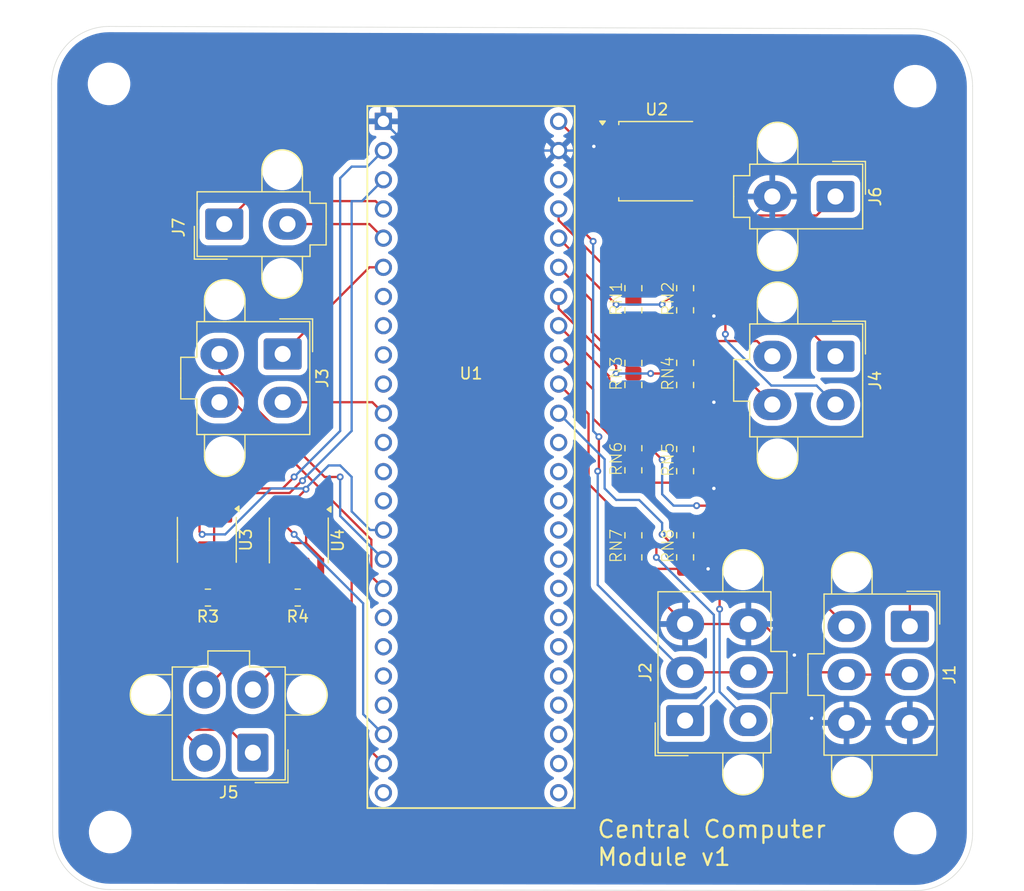
<source format=kicad_pcb>
(kicad_pcb (version 20240108) (generator "pcbnew") (generator_version "8.0")
  (layers (0 "F.Cu" signal) (31 "B.Cu" signal) (34 "B.Paste" user) (35 "F.Paste" user) (36 "B.SilkS" user "B.Silkscreen") (37 "F.SilkS" user "F.Silkscreen") (38 "B.Mask" user) (39 "F.Mask" user) (44 "Edge.Cuts" user))
  (net 0 "")
  (net 1 "Vin")
  (net 2 "GLV-")
  (net 3 "+5V")
  (net 4 "CANH_1")
  (net 5 "CANL_1")
  (net 6 "CAN_TX_1")
  (net 7 "+3.3V")
  (net 8 "CAN_RX_1")
  (net 9 "CAN_TX_2")
  (net 10 "CANH_2")
  (net 11 "CANL_2")
  (net 12 "CAN_RX_2")
  (net 15 "Net-(U1-16_A2_RX4_SCL1)")
  (net 17 "Net-(U1-21_A7_RX5_BCLK1)")
  (net 20 "Net-(U1-22_A8_CTX1)")
  (net 23 "Net-(U1-20_A6_TX5_LRCLK1)")
  (net 28 "PWM_in_2")
  (net 30 "i2c_SCL")
  (net 33 "Net-(U1-19_A5_SCL)")
  (net 34 "Net-(U1-17_A3_TX4_SDA1)")
  (net 36 "Net-(U1-18_A4_SDA)")
  (net 38 "i2c_SDA")
  (net 40 "PWM_in_1")
  (net 42 "brake_light")
  (net 45 "ready_to_drive_button")
  (net 50 "Net-(U1-23_A9_CRX1_MCLK1)")
  (net 53 "acc_ped_1")
  (net 54 "brake_2")
  (net 55 "acc_ped_2")
  (net 56 "brake_1")
  (net 57 "lin_pot_1")
  (net 58 "lin_pot_2")
  (net 59 "lin_pot_3")
  (net 60 "lin_pot_4")
  (footprint "voltagedivider:Voltage_Divider" (layer "F.Cu") (at 159.5 92 90)
    (property "Reference" "RN3" (at 0 -1.5 90) (layer "F.SilkS") (effects (font (thickness 0.1))))
    (property "Value" "VoltageDivider" (hide yes))
    (pad "1" smd roundrect (at -2 0 90) (size 1.2 1.4) (layers "F.Cu" "F.Paste" "F.Mask") (roundrect_rratio 0.208333) (net 2 "GLV-"))
    (pad "2" smd roundrect (at 0 0 90) (size 1.2 1.4) (layers "F.Cu" "F.Paste" "F.Mask") (roundrect_rratio 0.208333) (net 17 "Net-(U1-21_A7_RX5_BCLK1)"))
    (pad "3" smd roundrect (at 1.922936 0 270) (size 1.2 1.4) (layers "F.Cu" "F.Paste" "F.Mask") (roundrect_rratio 0.2) (net 59 "lin_pot_3"))
  )
  (footprint "Package_SO:SOIC-8_3.9x4.9mm_P1.27mm" (layer "F.Cu") (at 122.405 106.475 -90)
    (property "Reference" "U3" (at 0 -3.4 90) (layer "F.SilkS"))
    (property "Value" "SN65HVD230")
    (pad "1" smd roundrect (at -2.475 -1.905 270) (size 1.95 0.6) (layers "F.Cu" "F.Paste" "F.Mask") (net 6 "CAN_TX_1"))
    (pad "2" smd roundrect (at -2.475 -0.635 270) (size 1.95 0.6) (layers "F.Cu" "F.Paste" "F.Mask") (net 2 "GLV-"))
    (pad "3" smd roundrect (at -2.475 0.635 270) (size 1.95 0.6) (layers "F.Cu" "F.Paste" "F.Mask") (net 7 "+3.3V"))
    (pad "4" smd roundrect (at -2.475 1.905 270) (size 1.95 0.6) (layers "F.Cu" "F.Paste" "F.Mask") (net 8 "CAN_RX_1"))
    (pad "5" smd roundrect (at 2.475 1.905 270) (size 1.95 0.6) (layers "F.Cu" "F.Paste" "F.Mask") (net 2 "GLV-"))
    (pad "6" smd roundrect (at 2.475 0.635 270) (size 1.95 0.6) (layers "F.Cu" "F.Paste" "F.Mask") (net 5 "CANL_1"))
    (pad "7" smd roundrect (at 2.475 -0.635 270) (size 1.95 0.6) (layers "F.Cu" "F.Paste" "F.Mask") (net 4 "CANH_1"))
    (pad "8" smd roundrect (at 2.475 -1.905 270) (size 1.95 0.6) (layers "F.Cu" "F.Paste" "F.Mask") (net 2 "GLV-"))
  )
  (footprint "Connector_Molex:Molex_Mini-Fit_Jr_5566-04A2_2x02_P4.20mm_Vertical" (layer "F.Cu") (at 126.41 125 180)
    (property "Reference" "J5" (at 2.1 -3.45 0) (layer "F.SilkS"))
    (property "Value" "Conn_01x04_Socket")
    (pad "" np_thru_hole circle (at -4.7 5.04 180) (size 3 3) (drill 3) (layers "*.Cu" "*.Mask"))
    (pad "" np_thru_hole circle (at 8.9 5.04 180) (size 3 3) (drill 3) (layers "*.Cu" "*.Mask"))
    (pad "1" thru_hole roundrect (at 0 0 180) (size 2.7 3.3) (drill 1.4) (layers "*.Cu" "*.Mask") (roundrect_rratio 0.092593) (net 4 "CANH_1"))
    (pad "2" thru_hole oval (at 4.2 0 180) (size 2.7 3.3) (drill 1.4) (layers "*.Cu" "*.Mask") (net 5 "CANL_1"))
    (pad "3" thru_hole oval (at 0 5.5 180) (size 2.7 3.3) (drill 1.4) (layers "*.Cu" "*.Mask") (net 10 "CANH_2"))
    (pad "4" thru_hole oval (at 4.2 5.5 180) (size 2.7 3.3) (drill 1.4) (layers "*.Cu" "*.Mask") (net 11 "CANL_2"))
  )
  (footprint "Connector_Molex:Molex_Mini-Fit_Jr_5566-06A2_2x03_P4.20mm_Vertical" (layer "F.Cu") (at 183.54 114 -90)
    (property "Reference" "J1" (at 4.2 -3.45 90) (layer "F.SilkS"))
    (property "Value" "Conn_01x06_Socket")
    (pad "" np_thru_hole circle (at -4.7 5.04 270) (size 3 3) (drill 3) (layers "*.Cu" "*.Mask"))
    (pad "" np_thru_hole circle (at 13.1 5.04 270) (size 3 3) (drill 3) (layers "*.Cu" "*.Mask"))
    (pad "1" thru_hole roundrect (at 0 0 270) (size 2.7 3.3) (drill 1.4) (layers "*.Cu" "*.Mask") (roundrect_rratio 0.092593) (net 53 "acc_ped_1"))
    (pad "2" thru_hole oval (at 4.2 0 270) (size 2.7 3.3) (drill 1.4) (layers "*.Cu" "*.Mask") (net 3 "+5V"))
    (pad "3" thru_hole oval (at 8.4 0 270) (size 2.7 3.3) (drill 1.4) (layers "*.Cu" "*.Mask") (net 2 "GLV-"))
    (pad "4" thru_hole oval (at 0 5.5 270) (size 2.7 3.3) (drill 1.4) (layers "*.Cu" "*.Mask") (net 55 "acc_ped_2"))
    (pad "5" thru_hole oval (at 4.2 5.5 270) (size 2.7 3.3) (drill 1.4) (layers "*.Cu" "*.Mask") (net 3 "+5V"))
    (pad "6" thru_hole oval (at 8.4 5.5 270) (size 2.7 3.3) (drill 1.4) (layers "*.Cu" "*.Mask") (net 2 "GLV-"))
  )
  (footprint "Resistor_SMD:R_0805_2012Metric_Pad1.20x1.40mm_HandSolder" (layer "F.Cu") (at 122.5 111.5 180)
    (property "Reference" "R3" (at 0 -1.65 0) (layer "F.SilkS"))
    (property "Value" "R_US")
    (pad "1" smd roundrect (at -1 0 180) (size 1.2 1.4) (layers "F.Cu" "F.Paste" "F.Mask") (roundrect_rratio 0.208333) (net 4 "CANH_1"))
    (pad "2" smd roundrect (at 1 0 180) (size 1.2 1.4) (layers "F.Cu" "F.Paste" "F.Mask") (roundrect_rratio 0.208333) (net 5 "CANL_1"))
  )
  (footprint "teensy:CONN_4848-6000-CP_3MM" (layer "F.Cu") (at 137.76 70.06)
    (property "Reference" "U1" (at 7.62 21.94 0) (layer "F.SilkS"))
    (property "Value" "Teensy4.1")
    (pad "1" thru_hole rect (at 0 0) (size 1.4986 1.4986) (drill 0.9906) (layers "*.Cu" "*.Mask") (net 2 "GLV-"))
    (pad "2" thru_hole circle (at 0 2.54) (size 1.4986 1.4986) (drill 0.9906) (layers "*.Cu" "*.Mask") (net 8 "CAN_RX_1"))
    (pad "3" thru_hole circle (at 0 5.08) (size 1.4986 1.4986) (drill 0.9906) (layers "*.Cu" "*.Mask") (net 6 "CAN_TX_1"))
    (pad "4" thru_hole circle (at 0 7.62) (size 1.4986 1.4986) (drill 0.9906) (layers "*.Cu" "*.Mask") (net 40 "PWM_in_1"))
    (pad "5" thru_hole circle (at 0 10.16) (size 1.4986 1.4986) (drill 0.9906) (layers "*.Cu" "*.Mask") (net 28 "PWM_in_2"))
    (pad "6" thru_hole circle (at 0 12.7) (size 1.4986 1.4986) (drill 0.9906) (layers "*.Cu" "*.Mask") (net 45 "ready_to_drive_button"))
    (pad "7" thru_hole circle (at 0 15.24) (size 1.4986 1.4986) (drill 0.9906) (layers "*.Cu" "*.Mask"))
    (pad "8" thru_hole circle (at 0 17.78) (size 1.4986 1.4986) (drill 0.9906) (layers "*.Cu" "*.Mask"))
    (pad "9" thru_hole circle (at 0 20.32) (size 1.4986 1.4986) (drill 0.9906) (layers "*.Cu" "*.Mask"))
    (pad "10" thru_hole circle (at 0 22.86) (size 1.4986 1.4986) (drill 0.9906) (layers "*.Cu" "*.Mask"))
    (pad "11" thru_hole circle (at 0 25.4) (size 1.4986 1.4986) (drill 0.9906) (layers "*.Cu" "*.Mask") (net 42 "brake_light"))
    (pad "12" thru_hole circle (at 0 27.94) (size 1.4986 1.4986) (drill 0.9906) (layers "*.Cu" "*.Mask"))
    (pad "13" thru_hole circle (at 0 30.48) (size 1.4986 1.4986) (drill 0.9906) (layers "*.Cu" "*.Mask"))
    (pad "14" thru_hole circle (at 0 33.02) (size 1.4986 1.4986) (drill 0.9906) (layers "*.Cu" "*.Mask"))
    (pad "15" thru_hole circle (at 0 35.56) (size 1.4986 1.4986) (drill 0.9906) (layers "*.Cu" "*.Mask") (net 7 "+3.3V"))
    (pad "16" thru_hole circle (at 0 38.1) (size 1.4986 1.4986) (drill 0.9906) (layers "*.Cu" "*.Mask") (net 30 "i2c_SCL"))
    (pad "17" thru_hole circle (at 0 40.64) (size 1.4986 1.4986) (drill 0.9906) (layers "*.Cu" "*.Mask") (net 38 "i2c_SDA"))
    (pad "18" thru_hole circle (at 0 43.18) (size 1.4986 1.4986) (drill 0.9906) (layers "*.Cu" "*.Mask"))
    (pad "19" thru_hole circle (at 0 45.72) (size 1.4986 1.4986) (drill 0.9906) (layers "*.Cu" "*.Mask"))
    (pad "20" thru_hole circle (at 0 48.26) (size 1.4986 1.4986) (drill 0.9906) (layers "*.Cu" "*.Mask"))
    (pad "21" thru_hole circle (at 0 50.8) (size 1.4986 1.4986) (drill 0.9906) (layers "*.Cu" "*.Mask"))
    (pad "22" thru_hole circle (at 0 53.34) (size 1.4986 1.4986) (drill 0.9906) (layers "*.Cu" "*.Mask") (net 12 "CAN_RX_2"))
    (pad "23" thru_hole circle (at 0 55.88) (size 1.4986 1.4986) (drill 0.9906) (layers "*.Cu" "*.Mask") (net 9 "CAN_TX_2"))
    (pad "24" thru_hole circle (at 0 58.42) (size 1.4986 1.4986) (drill 0.9906) (layers "*.Cu" "*.Mask"))
    (pad "25" thru_hole circle (at 15.24 58.42) (size 1.4986 1.4986) (drill 0.9906) (layers "*.Cu" "*.Mask"))
    (pad "26" thru_hole circle (at 15.24 55.88) (size 1.4986 1.4986) (drill 0.9906) (layers "*.Cu" "*.Mask"))
    (pad "27" thru_hole circle (at 15.24 53.34) (size 1.4986 1.4986) (drill 0.9906) (layers "*.Cu" "*.Mask"))
    (pad "28" thru_hole circle (at 15.24 50.8) (size 1.4986 1.4986) (drill 0.9906) (layers "*.Cu" "*.Mask"))
    (pad "29" thru_hole circle (at 15.24 48.26) (size 1.4986 1.4986) (drill 0.9906) (layers "*.Cu" "*.Mask"))
    (pad "30" thru_hole circle (at 15.24 45.72) (size 1.4986 1.4986) (drill 0.9906) (layers "*.Cu" "*.Mask"))
    (pad "31" thru_hole circle (at 15.24 43.18) (size 1.4986 1.4986) (drill 0.9906) (layers "*.Cu" "*.Mask"))
    (pad "32" thru_hole circle (at 15.24 40.64) (size 1.4986 1.4986) (drill 0.9906) (layers "*.Cu" "*.Mask"))
    (pad "33" thru_hole circle (at 15.24 38.1) (size 1.4986 1.4986) (drill 0.9906) (layers "*.Cu" "*.Mask"))
    (pad "34" thru_hole circle (at 15.24 35.56) (size 1.4986 1.4986) (drill 0.9906) (layers "*.Cu" "*.Mask"))
    (pad "35" thru_hole circle (at 15.24 33.02) (size 1.4986 1.4986) (drill 0.9906) (layers "*.Cu" "*.Mask"))
    (pad "36" thru_hole circle (at 15.24 30.48) (size 1.4986 1.4986) (drill 0.9906) (layers "*.Cu" "*.Mask"))
    (pad "37" thru_hole circle (at 15.24 27.94) (size 1.4986 1.4986) (drill 0.9906) (layers "*.Cu" "*.Mask"))
    (pad "38" thru_hole circle (at 15.24 25.4) (size 1.4986 1.4986) (drill 0.9906) (layers "*.Cu" "*.Mask") (net 15 "Net-(U1-16_A2_RX4_SCL1)"))
    (pad "39" thru_hole circle (at 15.24 22.86) (size 1.4986 1.4986) (drill 0.9906) (layers "*.Cu" "*.Mask") (net 34 "Net-(U1-17_A3_TX4_SDA1)"))
    (pad "40" thru_hole circle (at 15.24 20.32) (size 1.4986 1.4986) (drill 0.9906) (layers "*.Cu" "*.Mask") (net 36 "Net-(U1-18_A4_SDA)"))
    (pad "41" thru_hole circle (at 15.24 17.78) (size 1.4986 1.4986) (drill 0.9906) (layers "*.Cu" "*.Mask") (net 33 "Net-(U1-19_A5_SCL)"))
    (pad "42" thru_hole circle (at 15.24 15.24) (size 1.4986 1.4986) (drill 0.9906) (layers "*.Cu" "*.Mask") (net 23 "Net-(U1-20_A6_TX5_LRCLK1)"))
    (pad "43" thru_hole circle (at 15.24 12.7) (size 1.4986 1.4986) (drill 0.9906) (layers "*.Cu" "*.Mask") (net 17 "Net-(U1-21_A7_RX5_BCLK1)"))
    (pad "44" thru_hole circle (at 15.24 10.16) (size 1.4986 1.4986) (drill 0.9906) (layers "*.Cu" "*.Mask") (net 20 "Net-(U1-22_A8_CTX1)"))
    (pad "45" thru_hole circle (at 15.24 7.62) (size 1.4986 1.4986) (drill 0.9906) (layers "*.Cu" "*.Mask") (net 50 "Net-(U1-23_A9_CRX1_MCLK1)"))
    (pad "46" thru_hole circle (at 15.24 5.08) (size 1.4986 1.4986) (drill 0.9906) (layers "*.Cu" "*.Mask"))
    (pad "47" thru_hole circle (at 15.24 2.54) (size 1.4986 1.4986) (drill 0.9906) (layers "*.Cu" "*.Mask") (net 2 "GLV-"))
    (pad "48" thru_hole circle (at 15.24 0) (size 1.4986 1.4986) (drill 0.9906) (layers "*.Cu" "*.Mask") (net 3 "+5V"))
  )
  (footprint "MountingHole:MountingHole_3.2mm_M3" (layer "F.Cu") (at 184 132)
    (property "Reference" "REF**" (hide yes))
    (property "Value" "MountingHole_3.2mm_M3")
    (pad "" np_thru_hole circle (at 0 0) (size 3.2 3.2) (drill 3.2) (layers "*.Cu" "*.Mask"))
  )
  (footprint "MountingHole:MountingHole_3.2mm_M3" (layer "F.Cu") (at 113.9 66.8)
    (property "Reference" "REF**" (hide yes))
    (property "Value" "MountingHole_3.2mm_M3")
    (pad "" np_thru_hole circle (at 0 0) (size 3.2 3.2) (drill 3.2) (layers "*.Cu" "*.Mask"))
  )
  (footprint "Connector_Molex:Molex_Mini-Fit_Jr_5566-04A2_2x02_P4.20mm_Vertical" (layer "F.Cu") (at 177.08 90.5 -90)
    (property "Reference" "J4" (at 2.1 -3.45 90) (layer "F.SilkS"))
    (property "Value" "Conn_01x04_Socket")
    (pad "" np_thru_hole circle (at -4.7 5.04 270) (size 3 3) (drill 3) (layers "*.Cu" "*.Mask"))
    (pad "" np_thru_hole circle (at 8.9 5.04 270) (size 3 3) (drill 3) (layers "*.Cu" "*.Mask"))
    (pad "1" thru_hole roundrect (at 0 0 270) (size 2.7 3.3) (drill 1.4) (layers "*.Cu" "*.Mask") (roundrect_rratio 0.092593) (net 57 "lin_pot_1"))
    (pad "2" thru_hole oval (at 4.2 0 270) (size 2.7 3.3) (drill 1.4) (layers "*.Cu" "*.Mask") (net 58 "lin_pot_2"))
    (pad "3" thru_hole oval (at 0 5.5 270) (size 2.7 3.3) (drill 1.4) (layers "*.Cu" "*.Mask") (net 59 "lin_pot_3"))
    (pad "4" thru_hole oval (at 4.2 5.5 270) (size 2.7 3.3) (drill 1.4) (layers "*.Cu" "*.Mask") (net 60 "lin_pot_4"))
  )
  (footprint "voltagedivider:Voltage_Divider" (layer "F.Cu") (at 164 92 90)
    (property "Reference" "RN4" (at 0 -1.5 90) (layer "F.SilkS") (effects (font (thickness 0.1))))
    (property "Value" "VoltageDivider" (hide yes))
    (pad "1" smd roundrect (at -2 0 90) (size 1.2 1.4) (layers "F.Cu" "F.Paste" "F.Mask") (roundrect_rratio 0.208333) (net 2 "GLV-"))
    (pad "2" smd roundrect (at 0 0 90) (size 1.2 1.4) (layers "F.Cu" "F.Paste" "F.Mask") (roundrect_rratio 0.208333) (net 23 "Net-(U1-20_A6_TX5_LRCLK1)"))
    (pad "3" smd roundrect (at 1.922936 0 270) (size 1.2 1.4) (layers "F.Cu" "F.Paste" "F.Mask") (roundrect_rratio 0.2) (net 60 "lin_pot_4"))
  )
  (footprint "voltagedivider:Voltage_Divider" (layer "F.Cu") (at 164 85.5 90)
    (property "Reference" "RN2" (at 0 -1.5 90) (layer "F.SilkS") (effects (font (thickness 0.1))))
    (property "Value" "VoltageDivider" (hide yes))
    (pad "1" smd roundrect (at -2 0 90) (size 1.2 1.4) (layers "F.Cu" "F.Paste" "F.Mask") (roundrect_rratio 0.208333) (net 2 "GLV-"))
    (pad "2" smd roundrect (at 0 0 90) (size 1.2 1.4) (layers "F.Cu" "F.Paste" "F.Mask") (roundrect_rratio 0.208333) (net 20 "Net-(U1-22_A8_CTX1)"))
    (pad "3" smd roundrect (at 1.922936 0 270) (size 1.2 1.4) (layers "F.Cu" "F.Paste" "F.Mask") (roundrect_rratio 0.2) (net 58 "lin_pot_2"))
  )
  (footprint "Resistor_SMD:R_0805_2012Metric_Pad1.20x1.40mm_HandSolder" (layer "F.Cu") (at 130.31 111.5 180)
    (property "Reference" "R4" (at 0 -1.65 0) (layer "F.SilkS"))
    (property "Value" "R_US")
    (pad "1" smd roundrect (at -1 0 180) (size 1.2 1.4) (layers "F.Cu" "F.Paste" "F.Mask") (roundrect_rratio 0.208333) (net 10 "CANH_2"))
    (pad "2" smd roundrect (at 1 0 180) (size 1.2 1.4) (layers "F.Cu" "F.Paste" "F.Mask") (roundrect_rratio 0.208333) (net 11 "CANL_2"))
  )
  (footprint "voltagedivider:Voltage_Divider" (layer "F.Cu") (at 159.5 107 90)
    (property "Reference" "RN7" (at 0 -1.5 90) (layer "F.SilkS") (effects (font (thickness 0.1))))
    (property "Value" "VoltageDivider" (hide yes))
    (pad "1" smd roundrect (at -2 0 90) (size 1.2 1.4) (layers "F.Cu" "F.Paste" "F.Mask") (roundrect_rratio 0.208333) (net 2 "GLV-"))
    (pad "2" smd roundrect (at 0 0 90) (size 1.2 1.4) (layers "F.Cu" "F.Paste" "F.Mask") (roundrect_rratio 0.208333) (net 34 "Net-(U1-17_A3_TX4_SDA1)"))
    (pad "3" smd roundrect (at 1.922936 0 270) (size 1.2 1.4) (layers "F.Cu" "F.Paste" "F.Mask") (roundrect_rratio 0.2) (net 56 "brake_1"))
  )
  (footprint "voltagedivider:Voltage_Divider" (layer "F.Cu") (at 164 99.5 90)
    (property "Reference" "RN5" (at 0 -1.5 90) (layer "F.SilkS") (effects (font (thickness 0.1))))
    (property "Value" "VoltageDivider" (hide yes))
    (pad "1" smd roundrect (at -2 0 90) (size 1.2 1.4) (layers "F.Cu" "F.Paste" "F.Mask") (roundrect_rratio 0.208333) (net 2 "GLV-"))
    (pad "2" smd roundrect (at 0 0 90) (size 1.2 1.4) (layers "F.Cu" "F.Paste" "F.Mask") (roundrect_rratio 0.208333) (net 33 "Net-(U1-19_A5_SCL)"))
    (pad "3" smd roundrect (at 1.922936 0 270) (size 1.2 1.4) (layers "F.Cu" "F.Paste" "F.Mask") (roundrect_rratio 0.2) (net 53 "acc_ped_1"))
  )
  (footprint "Package_SO:SOIC-8_3.9x4.9mm_P1.27mm" (layer "F.Cu") (at 130.405 106.525 -90)
    (property "Reference" "U4" (at 0 -3.4 90) (layer "F.SilkS"))
    (property "Value" "SN65HVD230")
    (pad "1" smd roundrect (at -2.475 -1.905 270) (size 1.95 0.6) (layers "F.Cu" "F.Paste" "F.Mask") (net 9 "CAN_TX_2"))
    (pad "2" smd roundrect (at -2.475 -0.635 270) (size 1.95 0.6) (layers "F.Cu" "F.Paste" "F.Mask") (net 2 "GLV-"))
    (pad "3" smd roundrect (at -2.475 0.635 270) (size 1.95 0.6) (layers "F.Cu" "F.Paste" "F.Mask") (net 7 "+3.3V"))
    (pad "4" smd roundrect (at -2.475 1.905 270) (size 1.95 0.6) (layers "F.Cu" "F.Paste" "F.Mask") (net 12 "CAN_RX_2"))
    (pad "5" smd roundrect (at 2.475 1.905 270) (size 1.95 0.6) (layers "F.Cu" "F.Paste" "F.Mask") (net 2 "GLV-"))
    (pad "6" smd roundrect (at 2.475 0.635 270) (size 1.95 0.6) (layers "F.Cu" "F.Paste" "F.Mask") (net 11 "CANL_2"))
    (pad "7" smd roundrect (at 2.475 -0.635 270) (size 1.95 0.6) (layers "F.Cu" "F.Paste" "F.Mask") (net 10 "CANH_2"))
    (pad "8" smd roundrect (at 2.475 -1.905 270) (size 1.95 0.6) (layers "F.Cu" "F.Paste" "F.Mask") (net 2 "GLV-"))
  )
  (footprint "MountingHole:MountingHole_3.2mm_M3" (layer "F.Cu") (at 184 67)
    (property "Reference" "REF**" (hide yes))
    (property "Value" "MountingHole_3.2mm_M3")
    (pad "" np_thru_hole circle (at 0 0) (size 3.2 3.2) (drill 3.2) (layers "*.Cu" "*.Mask"))
  )
  (footprint "MountingHole:MountingHole_3.2mm_M3" (layer "F.Cu") (at 114 131.9)
    (property "Reference" "REF**" (hide yes))
    (property "Value" "MountingHole_3.2mm_M3")
    (pad "" np_thru_hole circle (at 0 0) (size 3.2 3.2) (drill 3.2) (layers "*.Cu" "*.Mask"))
  )
  (footprint "Connector_Molex:Molex_Mini-Fit_Jr_5566-02A2_2x01_P4.20mm_Vertical" (layer "F.Cu") (at 123.92 79 90)
    (property "Reference" "J7" (at -0.3 -3.96 90) (layer "F.SilkS"))
    (property "Value" "Conn_01x02_Socket")
    (pad "" np_thru_hole circle (at -4.7 5.04 90) (size 3 3) (drill 3) (layers "*.Cu" "*.Mask"))
    (pad "" np_thru_hole circle (at 4.7 5.04 90) (size 3 3) (drill 3) (layers "*.Cu" "*.Mask"))
    (pad "1" thru_hole roundrect (at 0 0 90) (size 2.7 3.3) (drill 1.4) (layers "*.Cu" "*.Mask") (roundrect_rratio 0.092593) (net 40 "PWM_in_1"))
    (pad "2" thru_hole oval (at 0 5.5 90) (size 2.7 3.3) (drill 1.4) (layers "*.Cu" "*.Mask") (net 28 "PWM_in_2"))
  )
  (footprint "Package_TO_SOT_SMD:TO-252-3_TabPin2" (layer "F.Cu") (at 161.54 73.525)
    (property "Reference" "U2" (at 0 -4.5 0) (layer "F.SilkS"))
    (property "Value" "LM1117DT-1.8")
    (pad "1" smd roundrect (at -5.04 -2.28) (size 2.2 1.2) (layers "F.Cu" "F.Paste" "F.Mask") (roundrect_rratio 0.208333) (net 2 "GLV-"))
    (pad "2" smd roundrect (at -5.04 0) (size 2.2 1.2) (layers "F.Cu" "F.Paste" "F.Mask") (roundrect_rratio 0.208333) (net 3 "+5V"))
    (pad "2" smd roundrect (at -0.415 -1.525) (size 3.05 2.75) (layers "F.Cu" "F.Paste") (roundrect_rratio 0.090909) (net 3 "+5V"))
    (pad "2" smd roundrect (at -0.415 1.525) (size 3.05 2.75) (layers "F.Cu" "F.Paste") (roundrect_rratio 0.090909) (net 3 "+5V"))
    (pad "2" smd roundrect (at 1.26 0) (size 6.4 5.8) (layers "F.Cu" "F.Mask") (roundrect_rratio 0.043103) (net 3 "+5V"))
    (pad "2" smd roundrect (at 2.935 -1.525) (size 3.05 2.75) (layers "F.Cu" "F.Paste") (roundrect_rratio 0.090909) (net 3 "+5V"))
    (pad "2" smd roundrect (at 2.935 1.525) (size 3.05 2.75) (layers "F.Cu" "F.Paste") (roundrect_rratio 0.090909) (net 3 "+5V"))
    (pad "3" smd roundrect (at -5.04 2.28) (size 2.2 1.2) (layers "F.Cu" "F.Paste" "F.Mask") (roundrect_rratio 0.208333) (net 1 "Vin"))
  )
  (footprint "Connector_Molex:Molex_Mini-Fit_Jr_5566-06A2_2x03_P4.20mm_Vertical" (layer "F.Cu") (at 164 122.2 90)
    (property "Reference" "J2" (at 4.2 -3.45 90) (layer "F.SilkS"))
    (property "Value" "Conn_01x06_Socket")
    (pad "" np_thru_hole circle (at -4.7 5.04 90) (size 3 3) (drill 3) (layers "*.Cu" "*.Mask"))
    (pad "" np_thru_hole circle (at 13.1 5.04 90) (size 3 3) (drill 3) (layers "*.Cu" "*.Mask"))
    (pad "1" thru_hole roundrect (at 0 0 90) (size 2.7 3.3) (drill 1.4) (layers "*.Cu" "*.Mask") (roundrect_rratio 0.092593) (net 56 "brake_1"))
    (pad "2" thru_hole oval (at 4.2 0 90) (size 2.7 3.3) (drill 1.4) (layers "*.Cu" "*.Mask") (net 3 "+5V"))
    (pad "3" thru_hole oval (at 8.4 0 90) (size 2.7 3.3) (drill 1.4) (layers "*.Cu" "*.Mask") (net 2 "GLV-"))
    (pad "4" thru_hole oval (at 0 5.5 90) (size 2.7 3.3) (drill 1.4) (layers "*.Cu" "*.Mask") (net 54 "brake_2"))
    (pad "5" thru_hole oval (at 4.2 5.5 90) (size 2.7 3.3) (drill 1.4) (layers "*.Cu" "*.Mask") (net 3 "+5V"))
    (pad "6" thru_hole oval (at 8.4 5.5 90) (size 2.7 3.3) (drill 1.4) (layers "*.Cu" "*.Mask") (net 2 "GLV-"))
  )
  (footprint "voltagedivider:Voltage_Divider" (layer "F.Cu") (at 164 107 90)
    (property "Reference" "RN8" (at 0 -1.5 90) (layer "F.SilkS") (effects (font (thickness 0.1))))
    (property "Value" "VoltageDivider" (hide yes))
    (pad "1" smd roundrect (at -2 0 90) (size 1.2 1.4) (layers "F.Cu" "F.Paste" "F.Mask") (roundrect_rratio 0.208333) (net 2 "GLV-"))
    (pad "2" smd roundrect (at 0 0 90) (size 1.2 1.4) (layers "F.Cu" "F.Paste" "F.Mask") (roundrect_rratio 0.208333) (net 15 "Net-(U1-16_A2_RX4_SCL1)"))
    (pad "3" smd roundrect (at 1.922936 0 270) (size 1.2 1.4) (layers "F.Cu" "F.Paste" "F.Mask") (roundrect_rratio 0.2) (net 54 "brake_2"))
  )
  (footprint "Connector_Molex:Molex_Mini-Fit_Jr_5566-02A2_2x01_P4.20mm_Vertical" (layer "F.Cu") (at 177.08 76.6 -90)
    (property "Reference" "J6" (at 0 -3.45 90) (layer "F.SilkS"))
    (property "Value" "Conn_01x02_Socket")
    (pad "" np_thru_hole circle (at -4.7 5.04 270) (size 3 3) (drill 3) (layers "*.Cu" "*.Mask"))
    (pad "" np_thru_hole circle (at 4.7 5.04 270) (size 3 3) (drill 3) (layers "*.Cu" "*.Mask"))
    (pad "1" thru_hole roundrect (at 0 0 270) (size 2.7 3.3) (drill 1.4) (layers "*.Cu" "*.Mask") (roundrect_rratio 0.092593) (net 1 "Vin"))
    (pad "2" thru_hole oval (at 0 5.5 270) (size 2.7 3.3) (drill 1.4) (layers "*.Cu" "*.Mask") (net 2 "GLV-"))
  )
  (footprint "voltagedivider:Voltage_Divider" (layer "F.Cu") (at 159.5 85.5 90)
    (property "Reference" "RN1" (at 0 -1.5 90) (layer "F.SilkS") (effects (font (thickness 0.1))))
    (property "Value" "VoltageDivider" (hide yes))
    (pad "1" smd roundrect (at -2 0 90) (size 1.2 1.4) (layers "F.Cu" "F.Paste" "F.Mask") (roundrect_rratio 0.208333) (net 2 "GLV-"))
    (pad "2" smd roundrect (at 0 0 90) (size 1.2 1.4) (layers "F.Cu" "F.Paste" "F.Mask") (roundrect_rratio 0.208333) (net 50 "Net-(U1-23_A9_CRX1_MCLK1)"))
    (pad "3" smd roundrect (at 1.922936 0 270) (size 1.2 1.4) (layers "F.Cu" "F.Paste" "F.Mask") (roundrect_rratio 0.2) (net 57 "lin_pot_1"))
  )
  (footprint "Connector_Molex:Molex_Mini-Fit_Jr_5566-04A2_2x02_P4.20mm_Vertical" (layer "F.Cu") (at 129 90.3 -90)
    (property "Reference" "J3" (at 2.1 -3.45 90) (layer "F.SilkS"))
    (property "Value" "Conn_01x04_Socket")
    (pad "" np_thru_hole circle (at -4.7 5.04 270) (size 3 3) (drill 3) (layers "*.Cu" "*.Mask"))
    (pad "" np_thru_hole circle (at 8.9 5.04 270) (size 3 3) (drill 3) (layers "*.Cu" "*.Mask"))
    (pad "1" thru_hole roundrect (at 0 0 270) (size 2.7 3.3) (drill 1.4) (layers "*.Cu" "*.Mask") (roundrect_rratio 0.092593) (net 45 "ready_to_drive_button"))
    (pad "2" thru_hole oval (at 4.2 0 270) (size 2.7 3.3) (drill 1.4) (layers "*.Cu" "*.Mask") (net 42 "brake_light"))
    (pad "3" thru_hole oval (at 0 5.5 270) (size 2.7 3.3) (drill 1.4) (layers "*.Cu" "*.Mask") (net 30 "i2c_SCL"))
    (pad "4" thru_hole oval (at 4.2 5.5 270) (size 2.7 3.3) (drill 1.4) (layers "*.Cu" "*.Mask") (net 38 "i2c_SDA"))
  )
  (footprint "voltagedivider:Voltage_Divider" (layer "F.Cu") (at 159.5 99.422936 90)
    (property "Reference" "RN6" (at 0 -1.5 90) (layer "F.SilkS") (effects (font (thickness 0.1))))
    (property "Value" "VoltageDivider" (hide yes))
    (pad "1" smd roundrect (at -2 0 90) (size 1.2 1.4) (layers "F.Cu" "F.Paste" "F.Mask") (roundrect_rratio 0.208333) (net 2 "GLV-"))
    (pad "2" smd roundrect (at 0 0 90) (size 1.2 1.4) (layers "F.Cu" "F.Paste" "F.Mask") (roundrect_rratio 0.208333) (net 36 "Net-(U1-18_A4_SDA)"))
    (pad "3" smd roundrect (at 1.922936 0 270) (size 1.2 1.4) (layers "F.Cu" "F.Paste" "F.Mask") (roundrect_rratio 0.2) (net 55 "acc_ped_2"))
  )
  (gr_line (start 189 67) (end 189 132) (stroke (width 0.05)) (layer "Edge.Cuts"))
  (gr_line (start 113.9 61.8) (end 184 62) (stroke (width 0.05)) (layer "Edge.Cuts"))
  (gr_arc (start 189 132) (mid 187.535534 135.535534) (end 184 137) (stroke (width 0.05)) (layer "Edge.Cuts"))
  (gr_line (start 109 131.9) (end 108.9 66.8) (stroke (width 0.05)) (layer "Edge.Cuts"))
  (gr_line (start 184 137) (end 114 136.9) (stroke (width 0.05)) (layer "Edge.Cuts"))
  (gr_arc (start 108.9 66.8) (mid 110.364466 63.264466) (end 113.9 61.8) (stroke (width 0.05)) (layer "Edge.Cuts"))
  (gr_arc (start 114 136.9) (mid 110.464466 135.435534) (end 109 131.9) (stroke (width 0.05)) (layer "Edge.Cuts"))
  (gr_arc (start 184 62) (mid 187.535534 63.464466) (end 189 67) (stroke (width 0.05)) (layer "Edge.Cuts"))
  (gr_text "Central Computer \nModule v1" (at 156.25 134.95 0) (layer "F.SilkS") (effects (font (size 1.5 1.5) (thickness 0.2)) (justify left bottom)))
  (segment (start 158.945 78.25) (end 175.43 78.25) (width 0.2) (layer "F.Cu") (net 1))
  (segment (start 175.43 78.25) (end 177.08 76.6) (width 0.2) (layer "F.Cu") (net 1))
  (segment (start 156.5 75.805) (end 158.945 78.25) (width 0.2) (layer "F.Cu") (net 1))
  (segment (start 120.5 107.975001) (end 121.77 106.705001) (width 0.2) (layer "F.Cu") (net 2))
  (segment (start 132.31 109) (end 132.31 108.025001) (width 0.2) (layer "F.Cu") (net 2))
  (segment (start 166 109) (end 164 109) (width 0.2) (layer "F.Cu") (net 2))
  (segment (start 120.5 108.95) (end 120.5 107.975001) (width 0.2) (layer "F.Cu") (net 2))
  (segment (start 169.5 113.8) (end 170.8 113.8) (width 0.2) (layer "F.Cu") (net 2))
  (segment (start 164 109) (end 159.5 109) (width 0.2) (layer "F.Cu") (net 2))
  (segment (start 131.04 106.755001) (end 131.04 104.05) (width 0.2) (layer "F.Cu") (net 2))
  (segment (start 164 94) (end 159.5 94) (width 0.2) (layer "F.Cu") (net 2))
  (segment (start 175.4 122.4) (end 178.04 122.4) (width 0.2) (layer "F.Cu") (net 2))
  (segment (start 164 101.5) (end 166 101.5) (width 0.2) (layer "F.Cu") (net 2))
  (segment (start 159.5 109) (end 159.5 109.3) (width 0.2) (layer "F.Cu") (net 2))
  (segment (start 159.5 87.5) (end 164 87.5) (width 0.2) (layer "F.Cu") (net 2))
  (segment (start 121.77 106.705001) (end 123.04 106.705001) (width 0.2) (layer "F.Cu") (net 2))
  (segment (start 175 122) (end 175.4 122.4) (width 0.2) (layer "F.Cu") (net 2))
  (segment (start 128.06 70.06) (end 128 70) (width 0.2) (layer "F.Cu") (net 2))
  (segment (start 123.04 106.705001) (end 123.04 104) (width 0.2) (layer "F.Cu") (net 2))
  (segment (start 128.5 108.025001) (end 129.77 106.755001) (width 0.2) (layer "F.Cu") (net 2))
  (segment (start 166 94) (end 166.5 94.5) (width 0.2) (layer "F.Cu") (net 2))
  (segment (start 129.77 106.755001) (end 131.04 106.755001) (width 0.2) (layer "F.Cu") (net 2))
  (segment (start 119.9 108.35) (end 120.5 108.95) (width 0.2) (layer "F.Cu") (net 2))
  (segment (start 159.5 109.3) (end 164 113.8) (width 0.2) (layer "F.Cu") (net 2))
  (segment (start 164 101.5) (end 159.577064 101.5) (width 0.2) (layer "F.Cu") (net 2))
  (segment (start 156.5 71.245) (end 156.5 71.8) (width 0.2) (layer "F.Cu") (net 2))
  (segment (start 159.577064 101.5) (end 159.5 101.422936) (width 0.2) (layer "F.Cu") (net 2))
  (segment (start 156.5 71.8) (end 156.061765 72.238235) (width 0.2) (layer "F.Cu") (net 2))
  (segment (start 119.9 78.1) (end 119.9 108.35) (width 0.2) (layer "F.Cu") (net 2))
  (segment (start 164 113.8) (end 169.5 113.8) (width 0.2) (layer "F.Cu") (net 2))
  (segment (start 124.31 108.95) (end 128.45 108.95) (width 0.2) (layer "F.Cu") (net 2))
  (segment (start 166 87.5) (end 166.5 87) (width 0.2) (layer "F.Cu") (net 2))
  (segment (start 166 101.5) (end 166.5 102) (width 0.2) (layer "F.Cu") (net 2))
  (segment (start 124.31 107.975001) (end 123.04 106.705001) (width 0.2) (layer "F.Cu") (net 2))
  (segment (start 164 94) (end 166 94) (width 0.2) (layer "F.Cu") (net 2))
  (segment (start 128 70) (end 119.9 78.1) (width 0.2) (layer "F.Cu") (net 2))
  (segment (start 137.76 70.06) (end 128.06 70.06) (width 0.2) (layer "F.Cu") (net 2))
  (segment (start 170.8 113.8) (end 173.5 116.5) (width 0.2) (layer "F.Cu") (net 2))
  (segment (start 178.04 122.4) (end 183.54 122.4) (width 0.2) (layer "F.Cu") (net 2))
  (segment (start 128.5 109) (end 128.5 108.025001) (width 0.2) (layer "F.Cu") (net 2))
  (segment (start 128.45 108.95) (end 128.5 109) (width 0.2) (layer "F.Cu") (net 2))
  (segment (start 164 87.5) (end 166 87.5) (width 0.2) (layer "F.Cu") (net 2))
  (segment (start 124.31 108.95) (end 124.31 107.975001) (width 0.2) (layer "F.Cu") (net 2))
  (segment (start 132.31 108.025001) (end 131.04 106.755001) (width 0.2) (layer "F.Cu") (net 2))
  (via (at 156.061765 72.238235) (size 0.6) (drill 0.3) (layers "F.Cu" "B.Cu") (net 2))
  (via (at 173.5 116.5) (size 0.6) (drill 0.3) (layers "F.Cu" "B.Cu") (net 2))
  (via (at 166.5 102) (size 0.6) (drill 0.3) (layers "F.Cu" "B.Cu") (net 2))
  (via (at 166.5 94.5) (size 0.6) (drill 0.3) (layers "F.Cu" "B.Cu") (net 2))
  (via (at 166.5 87) (size 0.6) (drill 0.3) (layers "F.Cu" "B.Cu") (net 2))
  (via (at 175 122) (size 0.6) (drill 0.3) (layers "F.Cu" "B.Cu") (net 2))
  (via (at 166 109) (size 0.6) (drill 0.3) (layers "F.Cu" "B.Cu") (net 2))
  (segment (start 156.6 76.2) (end 153 72.6) (width 0.2) (layer "B.Cu") (net 2))
  (segment (start 140.3 72.6) (end 137.76 70.06) (width 0.2) (layer "B.Cu") (net 2))
  (segment (start 156.5 79.5) (end 156.5 76.3) (width 0.2) (layer "B.Cu") (net 2))
  (segment (start 156.5 79.5) (end 168.68 79.5) (width 0.2) (layer "B.Cu") (net 2))
  (segment (start 166 109) (end 166.5 108.5) (width 0.2) (layer "B.Cu") (net 2))
  (segment (start 155.7 72.6) (end 153 72.6) (width 0.2) (layer "B.Cu") (net 2))
  (segment (start 168.68 79.5) (end 168.68 84.82) (width 0.2) (layer "B.Cu") (net 2))
  (segment (start 173.5 116.5) (end 173.5 120.5) (width 0.2) (layer "B.Cu") (net 2))
  (segment (start 156.061765 72.238235) (end 155.7 72.6) (width 0.2) (layer "B.Cu") (net 2))
  (segment (start 168.68 84.82) (end 166.5 87) (width 0.2) (layer "B.Cu") (net 2))
  (segment (start 166.5 87) (end 166.5 94.5) (width 0.2) (layer "B.Cu") (net 2))
  (segment (start 166.5 94.5) (end 166.5 102) (width 0.2) (layer "B.Cu") (net 2))
  (segment (start 168.68 79.5) (end 171.58 76.6) (width 0.2) (layer "B.Cu") (net 2))
  (segment (start 153 72.6) (end 140.3 72.6) (width 0.2) (layer "B.Cu") (net 2))
  (segment (start 166.5 108.5) (end 166.5 102) (width 0.2) (layer "B.Cu") (net 2))
  (segment (start 173.5 120.5) (end 175 122) (width 0.2) (layer "B.Cu") (net 2))
  (segment (start 156.5 73.525) (end 155.1 74.925) (width 0.2) (layer "F.Cu") (net 3))
  (segment (start 155.1 74.925) (end 155.1 79.6) (width 0.2) (layer "F.Cu") (net 3))
  (segment (start 156.5 100.4) (end 156.4 100.5) (width 0.2) (layer "F.Cu") (net 3))
  (segment (start 164 118) (end 169.5 118) (width 0.2) (layer "F.Cu") (net 3))
  (segment (start 153.035 70.06) (end 153 70.06) (width 0.2) (layer "F.Cu") (net 3))
  (segment (start 156.5 73.525) (end 159.6 73.525) (width 0.2) (layer "F.Cu") (net 3))
  (segment (start 155.1 79.6) (end 156 80.5) (width 0.2) (layer "F.Cu") (net 3))
  (segment (start 169.5 118) (end 177.84 118) (width 0.2) (layer "F.Cu") (net 3))
  (segment (start 178.04 118.2) (end 183.54 118.2) (width 0.2) (layer "F.Cu") (net 3))
  (segment (start 156.5 97.5) (end 156.5 100.4) (width 0.2) (layer "F.Cu") (net 3))
  (segment (start 159.6 73.525) (end 161.125 72) (width 0.2) (layer "F.Cu") (net 3))
  (segment (start 156.5 73.525) (end 153.035 70.06) (width 0.2) (layer "F.Cu") (net 3))
  (segment (start 177.84 118) (end 178.04 118.2) (width 0.2) (layer "F.Cu") (net 3))
  (via (at 156 80.5) (size 0.6) (drill 0.3) (layers "F.Cu" "B.Cu") (net 3))
  (via (at 156.4 100.5) (size 0.6) (drill 0.3) (layers "F.Cu" "B.Cu") (net 3))
  (via (at 156.5 97.5) (size 0.6) (drill 0.3) (layers "F.Cu" "B.Cu") (net 3))
  (segment (start 156.4 110.4) (end 164 118) (width 0.2) (layer "B.Cu") (net 3))
  (segment (start 156 80.5) (end 156 97) (width 0.2) (layer "B.Cu") (net 3))
  (segment (start 156.4 100.5) (end 156.4 110.4) (width 0.2) (layer "B.Cu") (net 3))
  (segment (start 156 97) (end 156.5 97.5) (width 0.2) (layer "B.Cu") (net 3))
  (segment (start 123.5 111.5) (end 120 115) (width 0.2) (layer "F.Cu") (net 4))
  (segment (start 123.04 108.95) (end 123.04 111.04) (width 0.2) (layer "F.Cu") (net 4))
  (segment (start 124.41 123) (end 126.41 125) (width 0.2) (layer "F.Cu") (net 4))
  (segment (start 120 115) (end 120 122) (width 0.2) (layer "F.Cu") (net 4))
  (segment (start 121 123) (end 124.41 123) (width 0.2) (layer "F.Cu") (net 4))
  (segment (start 120 122) (end 121 123) (width 0.2) (layer "F.Cu") (net 4))
  (segment (start 123.04 111.04) (end 123.5 111.5) (width 0.2) (layer "F.Cu") (net 4))
  (segment (start 119.36 122.15) (end 122.21 125) (width 0.2) (layer "F.Cu") (net 5))
  (segment (start 121.77 108.95) (end 121.77 111.23) (width 0.2) (layer "F.Cu") (net 5))
  (segment (start 119.36 113.64) (end 119.36 122.15) (width 0.2) (layer "F.Cu") (net 5))
  (segment (start 121.77 111.23) (end 121.5 111.5) (width 0.2) (layer "F.Cu") (net 5))
  (segment (start 121.5 111.5) (end 119.36 113.64) (width 0.2) (layer "F.Cu") (net 5))
  (segment (start 129.6 102.4) (end 130.729608 101.270392) (width 0.2) (layer "F.Cu") (net 6))
  (segment (start 125.91 102.4) (end 129.6 102.4) (width 0.2) (layer "F.Cu") (net 6))
  (segment (start 130.729608 101.270392) (end 130.729608 101.328137) (width 0.2) (layer "F.Cu") (net 6))
  (segment (start 124.31 104) (end 125.91 102.4) (width 0.2) (layer "F.Cu") (net 6))
  (via (at 130.729608 101.328137) (size 0.6) (drill 0.3) (layers "F.Cu" "B.Cu") (net 6))
  (segment (start 135 77) (end 135.9 77) (width 0.2) (layer "B.Cu") (net 6))
  (segment (start 135 97) (end 135 77) (width 0.2) (layer "B.Cu") (net 6))
  (segment (start 135.9 77) (end 137.76 75.14) (width 0.2) (layer "B.Cu") (net 6))
  (segment (start 130.729608 101.328137) (end 130.729608 101.270392) (width 0.2) (layer "B.Cu") (net 6))
  (segment (start 130.729608 101.270392) (end 135 97) (width 0.2) (layer "B.Cu") (net 6))
  (segment (start 121.77 104) (end 121.77 105.77) (width 0.2) (layer "F.Cu") (net 7))
  (segment (start 129.77 103.328581) (end 131.028289 102.070292) (width 0.2) (layer "F.Cu") (net 7))
  (segment (start 129.77 104.05) (end 129.77 103.328581) (width 0.2) (layer "F.Cu") (net 7))
  (segment (start 121.77 105.77) (end 122 106) (width 0.2) (layer "F.Cu") (net 7))
  (via (at 131.028289 102.070292) (size 0.6) (drill 0.3) (layers "F.Cu" "B.Cu") (net 7))
  (via (at 122 106) (size 0.6) (drill 0.3) (layers "F.Cu" "B.Cu") (net 7))
  (segment (start 134 100) (end 135 101) (width 0.2) (layer "B.Cu") (net 7))
  (segment (start 133 100) (end 134 100) (width 0.2) (layer "B.Cu") (net 7))
  (segment (start 128 102) (end 131 102) (width 0.2) (layer "B.Cu") (net 7))
  (segment (start 135 101) (end 135 104) (width 0.2) (layer "B.Cu") (net 7))
  (segment (start 124 106) (end 128 102) (width 0.2) (layer "B.Cu") (net 7))
  (segment (start 122 106) (end 124 106) (width 0.2) (layer "B.Cu") (net 7))
  (segment (start 131 102) (end 133 100) (width 0.2) (layer "B.Cu") (net 7))
  (segment (start 135 104) (end 136.62 105.62) (width 0.2) (layer "B.Cu") (net 7))
  (segment (start 136.62 105.62) (end 137.76 105.62) (width 0.2) (layer "B.Cu") (net 7))
  (segment (start 120.5 104) (end 120.5 103.025001) (width 0.2) (layer "F.Cu") (net 8))
  (segment (start 120.5 103.025001) (end 121.525001 102) (width 0.2) (layer "F.Cu") (net 8))
  (segment (start 121.525001 102) (end 129 102) (width 0.2) (layer "F.Cu") (net 8))
  (segment (start 129 102) (end 130 101) (width 0.2) (layer "F.Cu") (net 8))
  (via (at 130 101) (size 0.6) (drill 0.3) (layers "F.Cu" "B.Cu") (net 8))
  (segment (start 136.36 74) (end 137.76 72.6) (width 0.2) (layer "B.Cu") (net 8))
  (segment (start 135 74) (end 136.36 74) (width 0.2) (layer "B.Cu") (net 8))
  (segment (start 130 101) (end 134 97) (width 0.2) (layer "B.Cu") (net 8))
  (segment (start 134 97) (end 134 75) (width 0.2) (layer "B.Cu") (net 8))
  (segment (start 134 75) (end 135 74) (width 0.2) (layer "B.Cu") (net 8))
  (segment (start 135 106.74) (end 135 123.18) (width 0.2) (layer "F.Cu") (net 9))
  (segment (start 132.31 104.05) (end 135 106.74) (width 0.2) (layer "F.Cu") (net 9))
  (segment (start 135 123.18) (end 137.76 125.94) (width 0.2) (layer "F.Cu") (net 9))
  (segment (start 131.31 114.6) (end 126.41 119.5) (width 0.2) (layer "F.Cu") (net 10))
  (segment (start 131.04 109) (end 131.04 111.23) (width 0.2) (layer "F.Cu") (net 10))
  (segment (start 131.04 111.23) (end 131.31 111.5) (width 0.2) (layer "F.Cu") (net 10))
  (segment (start 131.31 111.5) (end 131.31 114.6) (width 0.2) (layer "F.Cu") (net 10))
  (segment (start 129.31 112.4) (end 122.21 119.5) (width 0.2) (layer "F.Cu") (net 11))
  (segment (start 129.77 109) (end 129.77 111.04) (width 0.2) (layer "F.Cu") (net 11))
  (segment (start 129.31 111.5) (end 129.31 112.4) (width 0.2) (layer "F.Cu") (net 11))
  (segment (start 129.77 111.04) (end 129.31 111.5) (width 0.2) (layer "F.Cu") (net 11))
  (segment (start 128.5 104.05) (end 128.5 104.5) (width 0.2) (layer "F.Cu") (net 12))
  (segment (start 128.5 104.5) (end 130 106) (width 0.2) (layer "F.Cu") (net 12))
  (via (at 130 106) (size 0.6) (drill 0.3) (layers "F.Cu" "B.Cu") (net 12))
  (segment (start 136 112) (end 136 121.64) (width 0.2) (layer "B.Cu") (net 12))
  (segment (start 130 106) (end 136 112) (width 0.2) (layer "B.Cu") (net 12))
  (segment (start 136 121.64) (end 137.76 123.4) (width 0.2) (layer "B.Cu") (net 12))
  (segment (start 163 107) (end 162 106) (width 0.2) (layer "F.Cu") (net 15))
  (segment (start 164 107) (end 163 107) (width 0.2) (layer "F.Cu") (net 15))
  (via (at 162 106) (size 0.6) (drill 0.3) (layers "F.Cu" "B.Cu") (net 15))
  (segment (start 157 102) (end 157 99.46) (width 0.2) (layer "B.Cu") (net 15))
  (segment (start 162 106) (end 162 105) (width 0.2) (layer "B.Cu") (net 15))
  (segment (start 158 103) (end 157 102) (width 0.2) (layer "B.Cu") (net 15))
  (segment (start 160 103) (end 158 103) (width 0.2) (layer "B.Cu") (net 15))
  (segment (start 157 99.46) (end 153 95.46) (width 0.2) (layer "B.Cu") (net 15))
  (segment (start 162 105) (end 160 103) (width 0.2) (layer "B.Cu") (net 15))
  (segment (start 153 82.76) (end 155.9 85.66) (width 0.2) (layer "F.Cu") (net 17))
  (segment (start 155.9 88.4) (end 159.5 92) (width 0.2) (layer "F.Cu") (net 17))
  (segment (start 155.9 85.66) (end 155.9 88.4) (width 0.2) (layer "F.Cu") (net 17))
  (segment (start 162.5 85.5) (end 162 86) (width 0.2) (layer "F.Cu") (net 20))
  (segment (start 155 82.22) (end 153 80.22) (width 0.2) (layer "F.Cu") (net 20))
  (segment (start 164 85.5) (end 162.5 85.5) (width 0.2) (layer "F.Cu") (net 20))
  (segment (start 155 83) (end 155 82.22) (width 0.2) (layer "F.Cu") (net 20))
  (segment (start 158 86) (end 155 83) (width 0.2) (layer "F.Cu") (net 20))
  (via (at 158 86) (size 0.6) (drill 0.3) (layers "F.Cu" "B.Cu") (net 20))
  (via (at 162 86) (size 0.6) (drill 0.3) (layers "F.Cu" "B.Cu") (net 20))
  (segment (start 162 86) (end 158 86) (width 0.2) (layer "B.Cu") (net 20))
  (segment (start 153 86.356065) (end 153 85.3) (width 0.2) (layer "F.Cu") (net 23))
  (segment (start 158 91.356065) (end 153 86.356065) (width 0.2) (layer "F.Cu") (net 23))
  (segment (start 158 92) (end 158 91.356065) (width 0.2) (layer "F.Cu") (net 23))
  (segment (start 164 92) (end 161 92) (width 0.2) (layer "F.Cu") (net 23))
  (via (at 161 92) (size 0.6) (drill 0.3) (layers "F.Cu" "B.Cu") (net 23))
  (via (at 158 92) (size 0.6) (drill 0.3) (layers "F.Cu" "B.Cu") (net 23))
  (segment (start 161 92) (end 158 92) (width 0.2) (layer "B.Cu") (net 23))
  (segment (start 136.54 79) (end 129.42 79) (width 0.2) (layer "F.Cu") (net 28))
  (segment (start 137.76 80.22) (end 136.54 79) (width 0.2) (layer "F.Cu") (net 28))
  (segment (start 123.5 91.85) (end 132.65 101) (width 0.2) (layer "F.Cu") (net 30))
  (segment (start 123.5 90.3) (end 123.5 91.85) (width 0.2) (layer "F.Cu") (net 30))
  (segment (start 132.65 101) (end 134 101) (width 0.2) (layer "F.Cu") (net 30))
  (via (at 134 101) (size 0.6) (drill 0.3) (layers "F.Cu" "B.Cu") (net 30))
  (segment (start 134 101) (end 134 104.4) (width 0.2) (layer "B.Cu") (net 30))
  (segment (start 134 104.4) (end 137.76 108.16) (width 0.2) (layer "B.Cu") (net 30))
  (segment (start 157.4 92.24) (end 157.4 94.4) (width 0.2) (layer "F.Cu") (net 33))
  (segment (start 157.4 94.4) (end 159 96) (width 0.2) (layer "F.Cu") (net 33))
  (segment (start 159 96) (end 161 96) (width 0.2) (layer "F.Cu") (net 33))
  (segment (start 162 97) (end 162 97.5) (width 0.2) (layer "F.Cu") (net 33))
  (segment (start 161 96) (end 162 97) (width 0.2) (layer "F.Cu") (net 33))
  (segment (start 153 87.84) (end 157.4 92.24) (width 0.2) (layer "F.Cu") (net 33))
  (segment (start 162 97.5) (end 164 99.5) (width 0.2) (layer "F.Cu") (net 33))
  (segment (start 159.5 107) (end 158.5 106) (width 0.2) (layer "F.Cu") (net 34))
  (segment (start 155.6 95.52) (end 153 92.92) (width 0.2) (layer "F.Cu") (net 34))
  (segment (start 158.5 104.5) (end 155.6 101.6) (width 0.2) (layer "F.Cu") (net 34))
  (segment (start 155.6 101.6) (end 155.6 95.52) (width 0.2) (layer "F.Cu") (net 34))
  (segment (start 158.5 106) (end 158.5 104.5) (width 0.2) (layer "F.Cu") (net 34))
  (segment (start 159.5 99.422936) (end 156 95.922936) (width 0.2) (layer "F.Cu") (net 36))
  (segment (start 156 93.38) (end 153 90.38) (width 0.2) (layer "F.Cu") (net 36))
  (segment (start 156 95.922936) (end 156 93.38) (width 0.2) (layer "F.Cu") (net 36))
  (segment (start 123.5 94.5) (end 124.75 94.5) (width 0.2) (layer "F.Cu") (net 38))
  (segment (start 136.7107 109.6507) (end 137.76 110.7) (width 0.2) (layer "F.Cu") (net 38))
  (segment (start 136.7107 106.4607) (end 136.7107 109.6507) (width 0.2) (layer "F.Cu") (net 38))
  (segment (start 124.75 94.5) (end 136.7107 106.4607) (width 0.2) (layer "F.Cu") (net 38))
  (segment (start 137.08 77) (end 125.92 77) (width 0.2) (layer "F.Cu") (net 40))
  (segment (start 125.92 77) (end 123.92 79) (width 0.2) (layer "F.Cu") (net 40))
  (segment (start 137.76 77.68) (end 137.08 77) (width 0.2) (layer "F.Cu") (net 40))
  (segment (start 136.8 94.5) (end 137.76 95.46) (width 0.2) (layer "F.Cu") (net 42))
  (segment (start 129 94.5) (end 136.8 94.5) (width 0.2) (layer "F.Cu") (net 42))
  (segment (start 129 90.3) (end 136.54 82.76) (width 0.2) (layer "F.Cu") (net 45))
  (segment (start 136.54 82.76) (end 137.76 82.76) (width 0.2) (layer "F.Cu") (net 45))
  (segment (start 153 77.68) (end 153 78.66739) (width 0.2) (layer "F.Cu") (net 50))
  (segment (start 153 78.66739) (end 159.5 85.16739) (width 0.2) (layer "F.Cu") (net 50))
  (segment (start 159.5 85.16739) (end 159.5 85.5) (width 0.2) (layer "F.Cu") (net 50))
  (segment (start 175.816295 104) (end 183.54 111.723705) (width 0.2) (layer "F.Cu") (net 53))
  (segment (start 170.422936 104) (end 175.816295 104) (width 0.2) (layer "F.Cu") (net 53))
  (segment (start 164 97.577064) (end 170.422936 104) (width 0.2) (layer "F.Cu") (net 53))
  (segment (start 183.54 111.723705) (end 183.54 114) (width 0.2) (layer "F.Cu") (net 53))
  (segment (start 167 108.077064) (end 167 112.5) (width 0.2) (layer "F.Cu") (net 54))
  (segment (start 164 105.077064) (end 167 108.077064) (width 0.2) (layer "F.Cu") (net 54))
  (via (at 167 112.5) (size 0.6) (drill 0.3) (layers "F.Cu" "B.Cu") (net 54))
  (segment (start 167 119.7) (end 169.5 122.2) (width 0.2) (layer "B.Cu") (net 54))
  (segment (start 167 112.5) (end 167 119.7) (width 0.2) (layer "B.Cu") (net 54))
  (segment (start 165 103.5) (end 167.54 103.5) (width 0.2) (layer "F.Cu") (net 55))
  (segment (start 167.54 103.5) (end 178.04 114) (width 0.2) (layer "F.Cu") (net 55))
  (segment (start 159.5 97.5) (end 160 97.5) (width 0.2) (layer "F.Cu") (net 55))
  (segment (start 160 97.5) (end 162 99.5) (width 0.2) (layer "F.Cu") (net 55))
  (via (at 162 99.5) (size 0.6) (drill 0.3) (layers "F.Cu" "B.Cu") (net 55))
  (via (at 165 103.5) (size 0.6) (drill 0.3) (layers "F.Cu" "B.Cu") (net 55))
  (segment (start 163 103.5) (end 165 103.5) (width 0.2) (layer "B.Cu") (net 55))
  (segment (start 162 99.5) (end 162 102.5) (width 0.2) (layer "B.Cu") (net 55))
  (segment (start 162 102.5) (end 163 103.5) (width 0.2) (layer "B.Cu") (net 55))
  (segment (start 159.5 105.077064) (end 161.5 107.077064) (width 0.2) (layer "F.Cu") (net 56))
  (segment (start 161.5 107.077064) (end 161.5 108) (width 0.2) (layer "F.Cu") (net 56))
  (via (at 161.5 108) (size 0.6) (drill 0.3) (layers "F.Cu" "B.Cu") (net 56))
  (segment (start 161.5 108) (end 166.5 113) (width 0.2) (layer "B.Cu") (net 56))
  (segment (start 166.5 119.7) (end 164 122.2) (width 0.2) (layer "B.Cu") (net 56))
  (segment (start 166.5 113) (end 166.5 119.7) (width 0.2) (layer "B.Cu") (net 56))
  (segment (start 164.690326 82.677064) (end 169.2 87.186738) (width 0.2) (layer "F.Cu") (net 57))
  (segment (start 174.88 88.3) (end 177.08 90.5) (width 0.2) (layer "F.Cu") (net 57))
  (segment (start 170.3 88.3) (end 174.88 88.3) (width 0.2) (layer "F.Cu") (net 57))
  (segment (start 159.5 83.577064) (end 160.4 82.677064) (width 0.2) (layer "F.Cu") (net 57))
  (segment (start 160.4 82.677064) (end 164.690326 82.677064) (width 0.2) (layer "F.Cu") (net 57))
  (segment (start 169.2 87.2) (end 170.3 88.3) (width 0.2) (layer "F.Cu") (net 57))
  (segment (start 169.2 87.186738) (end 169.2 87.2) (width 0.2) (layer "F.Cu") (net 57))
  (segment (start 164 83.577064) (end 167.5 87.077064) (width 0.2) (layer "F.Cu") (net 58))
  (segment (start 167.5 87.077064) (end 167.5 88.577064) (width 0.2) (layer "F.Cu") (net 58))
  (via (at 167.5 88.577064) (size 0.6) (drill 0.3) (layers "F.Cu" "B.Cu") (net 58))
  (segment (start 167.5 88.577064) (end 167.5 89.053452) (width 0.2) (layer "B.Cu") (net 58))
  (segment (start 167.5 89.053452) (end 171.496548 93.05) (width 0.2) (layer "B.Cu") (net 58))
  (segment (start 175.43 93.05) (end 177.08 94.7) (width 0.2) (layer "B.Cu") (net 58))
  (segment (start 171.496548 93.05) (end 175.43 93.05) (width 0.2) (layer "B.Cu") (net 58))
  (segment (start 160.4 89.177064) (end 170.257064 89.177064) (width 0.2) (layer "F.Cu") (net 59))
  (segment (start 159.5 90.077064) (end 160.4 89.177064) (width 0.2) (layer "F.Cu") (net 59))
  (segment (start 170.257064 89.177064) (end 171.58 90.5) (width 0.2) (layer "F.Cu") (net 59))
  (segment (start 166.957064 90.077064) (end 171.58 94.7) (width 0.2) (layer "F.Cu") (net 60))
  (segment (start 164 90.077064) (end 166.957064 90.077064) (width 0.2) (layer "F.Cu") (net 60))
  (zone (net 2) (net_name "GLV-") (layer "B.Cu") (connect_pads (clearance 0.5)) (min_thickness 0.25) (fill yes (thermal_gap 0.5) (thermal_bridge_width 0.5))
    (polygon (pts (xy 109 59.5) (xy 189 59.5) (xy 189 137) (xy 109 137)))
  )
)
</source>
